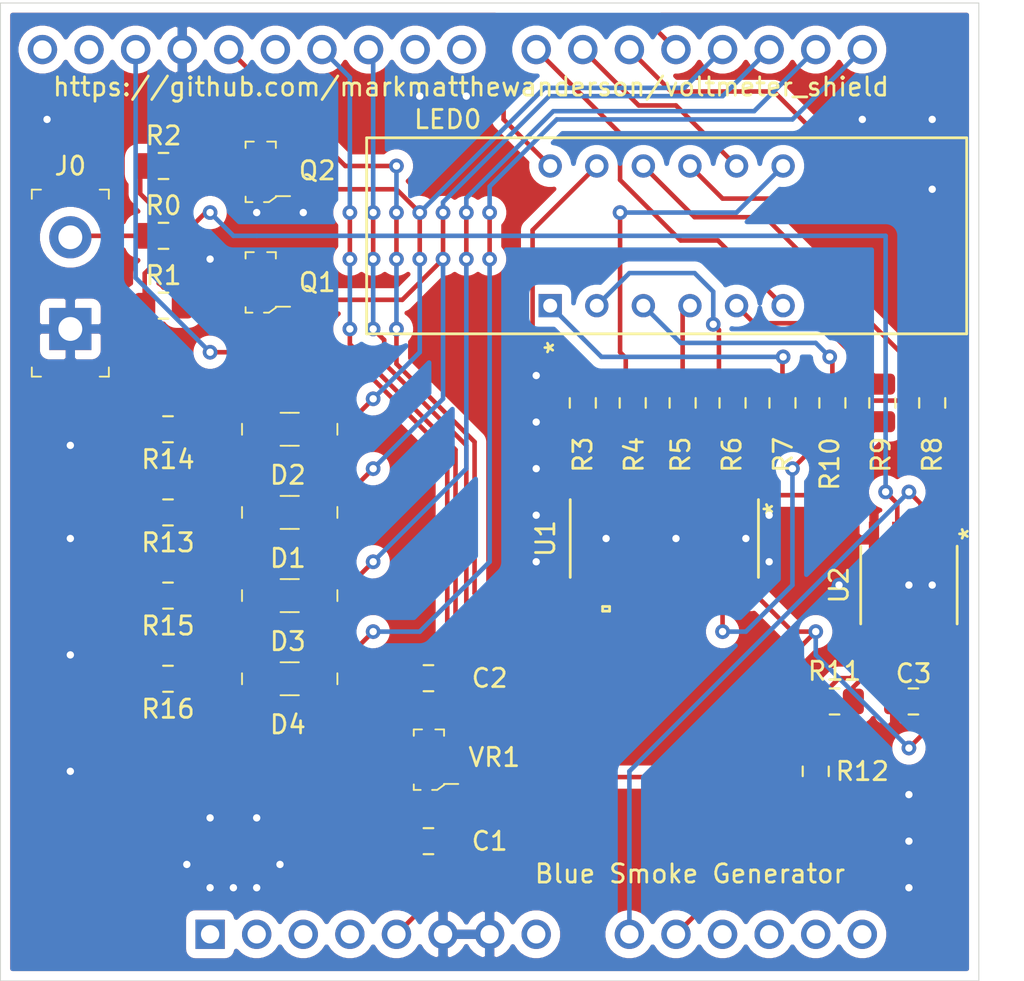
<source format=kicad_pcb>
(kicad_pcb (version 20171130) (host pcbnew "(5.1.6)-1")
  (layers (0 F.Cu signal) (31 B.Cu signal) (34 B.Paste user) (35 F.Paste user) (36 B.SilkS user) (37 F.SilkS user) (38 B.Mask user) (39 F.Mask user) (44 Edge.Cuts user))
  (net 0 "")
  (net 1 5vLeg)
  (net 2 1.2vLeg)
  (net 3 AREF_4.096v)
  (net 4 "Net-(A0-Pad14)")
  (net 5 GND)
  (net 6 "Net-(A0-Pad13)")
  (net 7 "Net-(A0-Pad28)")
  (net 8 "Net-(A0-Pad12)")
  (net 9 "Net-(A0-Pad27)")
  (net 10 "Net-(A0-Pad11)")
  (net 11 "Net-(A0-Pad26)")
  (net 12 ADC-Gain)
  (net 13 "Net-(A0-Pad25)")
  (net 14 ADC-Unity)
  (net 15 "Net-(A0-Pad24)")
  (net 16 "Net-(A0-Pad8)")
  (net 17 "Net-(A0-Pad23)")
  (net 18 "Net-(A0-Pad22)")
  (net 19 "Net-(A0-Pad21)")
  (net 20 VCC)
  (net 21 "Net-(A0-Pad20)")
  (net 22 "Net-(A0-Pad4)")
  (net 23 "Net-(A0-Pad19)")
  (net 24 "Net-(A0-Pad3)")
  (net 25 30vLeg)
  (net 26 "Net-(A0-Pad2)")
  (net 27 15vLeg)
  (net 28 "Net-(A0-Pad1)")
  (net 29 "Net-(A0-Pad31)")
  (net 30 "Net-(A0-Pad32)")
  (net 31 "Net-(D1-Pad2)")
  (net 32 "Net-(D2-Pad2)")
  (net 33 "Net-(D3-Pad2)")
  (net 34 "Net-(D4-Pad2)")
  (net 35 "Net-(J0-Pad2)")
  (net 36 "Net-(Q1-Pad3)")
  (net 37 "Net-(Q2-Pad3)")
  (net 38 /VoltageDivider)
  (net 39 "Net-(R3-Pad2)")
  (net 40 "Net-(R4-Pad2)")
  (net 41 "Net-(R5-Pad2)")
  (net 42 "Net-(R6-Pad2)")
  (net 43 "Net-(R7-Pad2)")
  (net 44 "Net-(R8-Pad2)")
  (net 45 "Net-(R9-Pad2)")
  (net 46 "Net-(R10-Pad2)")
  (net 47 "Net-(R11-Pad1)")
  (net 48 "Net-(U1-Pad9)")
  (net 49 "Net-(LED0-Pad11)")
  (net 50 "Net-(LED0-Pad10)")
  (net 51 "Net-(LED0-Pad7)")
  (net 52 "Net-(LED0-Pad5)")
  (net 53 "Net-(LED0-Pad4)")
  (net 54 "Net-(LED0-Pad3)")
  (net 55 "Net-(LED0-Pad2)")
  (net 56 "Net-(LED0-Pad1)")
  (module footprints4:LDQ-M284RI (layer F.Cu) (at 144.272 93.98 90)
    (fp_text reference LED0 (at 10.16 -5.588) (layer F.SilkS))
    (fp_text value LDQ-M284RI hide)
    (fp_text user * (at -2.286 0.254 90) (layer F.SilkS))
    (pad 12 thru_hole circle (at 7.62 0 90) (size 1.27 1.27) (drill 0.762) (layers *.Cu *.Mask) (net 23 "Net-(A0-Pad19)"))
    (pad 11 thru_hole circle (at 7.62 2.54 90) (size 1.27 1.27) (drill 0.762) (layers *.Cu *.Mask) (net 49 "Net-(LED0-Pad11)"))
    (pad 10 thru_hole circle (at 7.62 5.08 90) (size 1.27 1.27) (drill 0.762) (layers *.Cu *.Mask) (net 50 "Net-(LED0-Pad10)"))
    (pad 9 thru_hole circle (at 7.62 7.62 90) (size 1.27 1.27) (drill 0.762) (layers *.Cu *.Mask) (net 21 "Net-(A0-Pad20)"))
    (pad 8 thru_hole circle (at 7.62 10.16 90) (size 1.27 1.27) (drill 0.762) (layers *.Cu *.Mask) (net 19 "Net-(A0-Pad21)"))
    (pad 7 thru_hole circle (at 7.62 12.7 90) (size 1.27 1.27) (drill 0.762) (layers *.Cu *.Mask) (net 51 "Net-(LED0-Pad7)"))
    (pad 6 thru_hole circle (at 0 12.7 90) (size 1.27 1.27) (drill 0.762) (layers *.Cu *.Mask) (net 18 "Net-(A0-Pad22)"))
    (pad 5 thru_hole circle (at 0 10.16 90) (size 1.27 1.27) (drill 0.762) (layers *.Cu *.Mask) (net 52 "Net-(LED0-Pad5)"))
    (pad 4 thru_hole circle (at 0 7.62 90) (size 1.27 1.27) (drill 0.762) (layers *.Cu *.Mask) (net 53 "Net-(LED0-Pad4)"))
    (pad 3 thru_hole circle (at 0 5.08 90) (size 1.27 1.27) (drill 0.762) (layers *.Cu *.Mask) (net 54 "Net-(LED0-Pad3)"))
    (pad 2 thru_hole circle (at 0 2.54 90) (size 1.27 1.27) (drill 0.762) (layers *.Cu *.Mask) (net 55 "Net-(LED0-Pad2)"))
    (pad 1 thru_hole rect (at 0 0 90) (size 1.27 1.27) (drill 0.762) (layers *.Cu *.Mask) (net 56 "Net-(LED0-Pad1)"))
  )
  (module marks_footprint_library:Arduino_UNO_R3_SHIELD (layer F.Cu) (at 134.62 78.74)
    (fp_text reference A0 hide)
    (fp_text value Arduino_UNO_R3_SHIELD)
    (pad 16 thru_hole oval (at 24.13 1.27 270) (size 1.6 1.6) (drill 1) (layers *.Cu *.Mask) (net 1 5vLeg))
    (pad 15 thru_hole oval (at 26.67 1.27 270) (size 1.6 1.6) (drill 1) (layers *.Cu *.Mask) (net 2 1.2vLeg))
    (pad 30 thru_hole oval (at -12.95 1.27 270) (size 1.6 1.6) (drill 1) (layers *.Cu *.Mask) (net 3 AREF_4.096v))
    (pad 14 thru_hole oval (at 26.67 49.53 270) (size 1.6 1.6) (drill 1) (layers *.Cu *.Mask) (net 4 "Net-(A0-Pad14)"))
    (pad 29 thru_hole oval (at -10.41 1.27 270) (size 1.6 1.6) (drill 1) (layers *.Cu *.Mask) (net 5 GND))
    (pad 13 thru_hole oval (at 24.13 49.53 270) (size 1.6 1.6) (drill 1) (layers *.Cu *.Mask) (net 6 "Net-(A0-Pad13)"))
    (pad 28 thru_hole oval (at -7.87 1.27 270) (size 1.6 1.6) (drill 1) (layers *.Cu *.Mask) (net 7 "Net-(A0-Pad28)"))
    (pad 12 thru_hole oval (at 21.59 49.53 270) (size 1.6 1.6) (drill 1) (layers *.Cu *.Mask) (net 8 "Net-(A0-Pad12)"))
    (pad 27 thru_hole oval (at -5.33 1.27 270) (size 1.6 1.6) (drill 1) (layers *.Cu *.Mask) (net 9 "Net-(A0-Pad27)"))
    (pad 11 thru_hole oval (at 19.05 49.53 270) (size 1.6 1.6) (drill 1) (layers *.Cu *.Mask) (net 10 "Net-(A0-Pad11)"))
    (pad 26 thru_hole oval (at -2.79 1.27 270) (size 1.6 1.6) (drill 1) (layers *.Cu *.Mask) (net 11 "Net-(A0-Pad26)"))
    (pad 10 thru_hole oval (at 16.51 49.53 270) (size 1.6 1.6) (drill 1) (layers *.Cu *.Mask) (net 12 ADC-Gain))
    (pad 25 thru_hole oval (at -0.25 1.27 270) (size 1.6 1.6) (drill 1) (layers *.Cu *.Mask) (net 13 "Net-(A0-Pad25)"))
    (pad 9 thru_hole oval (at 13.97 49.53 270) (size 1.6 1.6) (drill 1) (layers *.Cu *.Mask) (net 14 ADC-Unity))
    (pad 24 thru_hole oval (at 2.29 1.27 270) (size 1.6 1.6) (drill 1) (layers *.Cu *.Mask) (net 15 "Net-(A0-Pad24)"))
    (pad 8 thru_hole oval (at 8.89 49.53 270) (size 1.6 1.6) (drill 1) (layers *.Cu *.Mask) (net 16 "Net-(A0-Pad8)"))
    (pad 23 thru_hole oval (at 4.83 1.27 270) (size 1.6 1.6) (drill 1) (layers *.Cu *.Mask) (net 17 "Net-(A0-Pad23)"))
    (pad 7 thru_hole oval (at 6.35 49.53 270) (size 1.6 1.6) (drill 1) (layers *.Cu *.Mask) (net 5 GND))
    (pad 22 thru_hole oval (at 8.89 1.27 270) (size 1.6 1.6) (drill 1) (layers *.Cu *.Mask) (net 18 "Net-(A0-Pad22)"))
    (pad 6 thru_hole oval (at 3.81 49.53 270) (size 1.6 1.6) (drill 1) (layers *.Cu *.Mask) (net 5 GND))
    (pad 21 thru_hole oval (at 11.43 1.27 270) (size 1.6 1.6) (drill 1) (layers *.Cu *.Mask) (net 19 "Net-(A0-Pad21)"))
    (pad 5 thru_hole oval (at 1.27 49.53 270) (size 1.6 1.6) (drill 1) (layers *.Cu *.Mask) (net 20 VCC))
    (pad 20 thru_hole oval (at 13.97 1.27 270) (size 1.6 1.6) (drill 1) (layers *.Cu *.Mask) (net 21 "Net-(A0-Pad20)"))
    (pad 4 thru_hole oval (at -1.27 49.53 270) (size 1.6 1.6) (drill 1) (layers *.Cu *.Mask) (net 22 "Net-(A0-Pad4)"))
    (pad 19 thru_hole oval (at 16.51 1.27 270) (size 1.6 1.6) (drill 1) (layers *.Cu *.Mask) (net 23 "Net-(A0-Pad19)"))
    (pad 3 thru_hole oval (at -3.81 49.53 270) (size 1.6 1.6) (drill 1) (layers *.Cu *.Mask) (net 24 "Net-(A0-Pad3)"))
    (pad 18 thru_hole oval (at 19.05 1.27 270) (size 1.6 1.6) (drill 1) (layers *.Cu *.Mask) (net 25 30vLeg))
    (pad 2 thru_hole oval (at -6.35 49.53 270) (size 1.6 1.6) (drill 1) (layers *.Cu *.Mask) (net 26 "Net-(A0-Pad2)"))
    (pad 17 thru_hole oval (at 21.59 1.27 270) (size 1.6 1.6) (drill 1) (layers *.Cu *.Mask) (net 27 15vLeg))
    (pad 1 thru_hole rect (at -8.89 49.53 270) (size 1.6 1.6) (drill 1) (layers *.Cu *.Mask) (net 28 "Net-(A0-Pad1)"))
    (pad 31 thru_hole oval (at -15.49 1.27 270) (size 1.6 1.6) (drill 1) (layers *.Cu *.Mask) (net 29 "Net-(A0-Pad31)"))
    (pad 32 thru_hole oval (at -18.03 1.27 270) (size 1.6 1.6) (drill 1) (layers *.Cu *.Mask) (net 30 "Net-(A0-Pad32)"))
  )
  (module digikey-footprints:SOT-23-3 (layer F.Cu) (at 137.660001 118.745 180)
    (fp_text reference VR1 (at -3.563999 0.127) (layer F.SilkS))
    (fp_text value MCP1541T-I_TT)
    (pad 1 smd rect (at -1.05 -0.95 180) (size 1.3 0.6) (layers F.Cu F.Paste F.Mask) (net 20 VCC))
    (pad 2 smd rect (at -1.05 0.95 180) (size 1.3 0.6) (layers F.Cu F.Paste F.Mask) (net 3 AREF_4.096v))
    (pad 3 smd rect (at 1.05 0 180) (size 1.3 0.6) (layers F.Cu F.Paste F.Mask) (net 5 GND))
  )
  (module footprints:TL062CDR (layer F.Cu) (at 163.83 109.22 270)
    (fp_text reference U2 (at 0 3.81 90) (layer F.SilkS))
    (fp_text value TL062 hide)
    (fp_text user * (at -2.794 -3.302 90) (layer F.SilkS))
    (pad 8 smd rect (at 2.4638 -1.905 270) (size 1.9812 0.5588) (layers F.Cu F.Paste F.Mask) (net 20 VCC))
    (pad 7 smd rect (at 2.4638 -0.635 270) (size 1.9812 0.5588) (layers F.Cu F.Paste F.Mask) (net 12 ADC-Gain))
    (pad 6 smd rect (at 2.4638 0.635 270) (size 1.9812 0.5588) (layers F.Cu F.Paste F.Mask) (net 47 "Net-(R11-Pad1)"))
    (pad 5 smd rect (at 2.4638 1.905 270) (size 1.9812 0.5588) (layers F.Cu F.Paste F.Mask) (net 38 /VoltageDivider))
    (pad 4 smd rect (at -2.4638 1.905 270) (size 1.9812 0.5588) (layers F.Cu F.Paste F.Mask) (net 5 GND))
    (pad 3 smd rect (at -2.4638 0.635 270) (size 1.9812 0.5588) (layers F.Cu F.Paste F.Mask) (net 38 /VoltageDivider))
    (pad 2 smd rect (at -2.4638 -0.635 270) (size 1.9812 0.5588) (layers F.Cu F.Paste F.Mask) (net 14 ADC-Unity))
    (pad 1 smd rect (at -2.4638 -1.905 270) (size 1.9812 0.5588) (layers F.Cu F.Paste F.Mask) (net 14 ADC-Unity))
  )
  (module footprints2:SN74HC595DR (layer F.Cu) (at 150.495 106.68 270)
    (fp_text reference U1 (at 0 6.477 90) (layer F.SilkS))
    (fp_text value SN74HC595DR hide)
    (fp_text user * (at -1.6129 -5.969 90) (layer F.SilkS))
    (pad 16 smd rect (at 2.3622 -4.445 270) (size 2.1844 0.5588) (layers F.Cu F.Paste F.Mask) (net 20 VCC))
    (pad 15 smd rect (at 2.3622 -3.175 270) (size 2.1844 0.5588) (layers F.Cu F.Paste F.Mask) (net 46 "Net-(R10-Pad2)"))
    (pad 14 smd rect (at 2.3622 -1.905 270) (size 2.1844 0.5588) (layers F.Cu F.Paste F.Mask) (net 11 "Net-(A0-Pad26)"))
    (pad 13 smd rect (at 2.3622 -0.635 270) (size 2.1844 0.5588) (layers F.Cu F.Paste F.Mask) (net 5 GND))
    (pad 12 smd rect (at 2.3622 0.635 270) (size 2.1844 0.5588) (layers F.Cu F.Paste F.Mask) (net 13 "Net-(A0-Pad25)"))
    (pad 11 smd rect (at 2.3622 1.905 270) (size 2.1844 0.5588) (layers F.Cu F.Paste F.Mask) (net 7 "Net-(A0-Pad28)"))
    (pad 10 smd rect (at 2.3622 3.175 270) (size 2.1844 0.5588) (layers F.Cu F.Paste F.Mask) (net 5 GND))
    (pad 9 smd rect (at 2.3622 4.445 270) (size 2.1844 0.5588) (layers F.Cu F.Paste F.Mask) (net 48 "Net-(U1-Pad9)"))
    (pad 8 smd rect (at -2.3622 4.445 270) (size 2.1844 0.5588) (layers F.Cu F.Paste F.Mask) (net 5 GND))
    (pad 7 smd rect (at -2.3622 3.175 270) (size 2.1844 0.5588) (layers F.Cu F.Paste F.Mask) (net 39 "Net-(R3-Pad2)"))
    (pad 6 smd rect (at -2.3622 1.905 270) (size 2.1844 0.5588) (layers F.Cu F.Paste F.Mask) (net 40 "Net-(R4-Pad2)"))
    (pad 5 smd rect (at -2.3622 0.635 270) (size 2.1844 0.5588) (layers F.Cu F.Paste F.Mask) (net 41 "Net-(R5-Pad2)"))
    (pad 4 smd rect (at -2.3622 -0.635 270) (size 2.1844 0.5588) (layers F.Cu F.Paste F.Mask) (net 42 "Net-(R6-Pad2)"))
    (pad 3 smd rect (at -2.3622 -1.905 270) (size 2.1844 0.5588) (layers F.Cu F.Paste F.Mask) (net 43 "Net-(R7-Pad2)"))
    (pad 2 smd rect (at -2.3622 -3.175 270) (size 2.1844 0.5588) (layers F.Cu F.Paste F.Mask) (net 44 "Net-(R8-Pad2)"))
    (pad 1 smd rect (at -2.3622 -4.445 270) (size 2.1844 0.5588) (layers F.Cu F.Paste F.Mask) (net 45 "Net-(R9-Pad2)"))
  )
  (module Resistor_SMD:R_0805_2012Metric_Pad1.15x1.40mm_HandSolder (layer F.Cu) (at 123.435 114.331902 180)
    (fp_text reference R16 (at 0 -1.65) (layer F.SilkS))
    (fp_text value 86.6)
    (pad 2 smd roundrect (at 1.025 0 180) (size 1.15 1.4) (layers F.Cu F.Paste F.Mask) (roundrect_rratio 0.217391) (net 5 GND))
    (pad 1 smd roundrect (at -1.025 0 180) (size 1.15 1.4) (layers F.Cu F.Paste F.Mask) (roundrect_rratio 0.217391) (net 34 "Net-(D4-Pad2)"))
  )
  (module Resistor_SMD:R_0805_2012Metric_Pad1.15x1.40mm_HandSolder (layer F.Cu) (at 123.435 109.795077 180)
    (fp_text reference R15 (at 0 -1.65) (layer F.SilkS))
    (fp_text value 86.6)
    (pad 2 smd roundrect (at 1.025 0 180) (size 1.15 1.4) (layers F.Cu F.Paste F.Mask) (roundrect_rratio 0.217391) (net 5 GND))
    (pad 1 smd roundrect (at -1.025 0 180) (size 1.15 1.4) (layers F.Cu F.Paste F.Mask) (roundrect_rratio 0.217391) (net 33 "Net-(D3-Pad2)"))
  )
  (module Resistor_SMD:R_0805_2012Metric_Pad1.15x1.40mm_HandSolder (layer F.Cu) (at 123.435 100.721427 180)
    (fp_text reference R14 (at 0 -1.65) (layer F.SilkS))
    (fp_text value 86.6)
    (pad 2 smd roundrect (at 1.025 0 180) (size 1.15 1.4) (layers F.Cu F.Paste F.Mask) (roundrect_rratio 0.217391) (net 5 GND))
    (pad 1 smd roundrect (at -1.025 0 180) (size 1.15 1.4) (layers F.Cu F.Paste F.Mask) (roundrect_rratio 0.217391) (net 32 "Net-(D2-Pad2)"))
  )
  (module Resistor_SMD:R_0805_2012Metric_Pad1.15x1.40mm_HandSolder (layer F.Cu) (at 123.435 105.258252 180)
    (fp_text reference R13 (at 0 -1.65) (layer F.SilkS))
    (fp_text value 86.6)
    (pad 2 smd roundrect (at 1.025 0 180) (size 1.15 1.4) (layers F.Cu F.Paste F.Mask) (roundrect_rratio 0.217391) (net 5 GND))
    (pad 1 smd roundrect (at -1.025 0 180) (size 1.15 1.4) (layers F.Cu F.Paste F.Mask) (roundrect_rratio 0.217391) (net 31 "Net-(D1-Pad2)"))
  )
  (module Resistor_SMD:R_0805_2012Metric_Pad1.15x1.40mm_HandSolder (layer F.Cu) (at 158.75 119.38 270)
    (fp_text reference R12 (at 0 -2.54) (layer F.SilkS))
    (fp_text value 4.12K)
    (pad 2 smd roundrect (at 1.025 0 270) (size 1.15 1.4) (layers F.Cu F.Paste F.Mask) (roundrect_rratio 0.217391) (net 5 GND))
    (pad 1 smd roundrect (at -1.025 0 270) (size 1.15 1.4) (layers F.Cu F.Paste F.Mask) (roundrect_rratio 0.217391) (net 47 "Net-(R11-Pad1)"))
  )
  (module Resistor_SMD:R_0805_2012Metric_Pad1.15x1.40mm_HandSolder (layer F.Cu) (at 159.775 115.57)
    (fp_text reference R11 (at 0 -1.65) (layer F.SilkS))
    (fp_text value 10K)
    (pad 2 smd roundrect (at 1.025 0) (size 1.15 1.4) (layers F.Cu F.Paste F.Mask) (roundrect_rratio 0.217391) (net 12 ADC-Gain))
    (pad 1 smd roundrect (at -1.025 0) (size 1.15 1.4) (layers F.Cu F.Paste F.Mask) (roundrect_rratio 0.217391) (net 47 "Net-(R11-Pad1)"))
  )
  (module Resistor_SMD:R_0805_2012Metric_Pad1.15x1.40mm_HandSolder (layer F.Cu) (at 159.65714 99.285 270)
    (fp_text reference R10 (at 3.331 0.14514 270) (layer F.SilkS))
    (fp_text value 300)
    (pad 2 smd roundrect (at 1.025 0 270) (size 1.15 1.4) (layers F.Cu F.Paste F.Mask) (roundrect_rratio 0.217391) (net 46 "Net-(R10-Pad2)"))
    (pad 1 smd roundrect (at -1.025 0 270) (size 1.15 1.4) (layers F.Cu F.Paste F.Mask) (roundrect_rratio 0.217391) (net 54 "Net-(LED0-Pad3)"))
  )
  (module Resistor_SMD:R_0805_2012Metric_Pad1.15x1.40mm_HandSolder (layer F.Cu) (at 162.378568 99.285 270)
    (fp_text reference R9 (at 2.823 0.072568 270) (layer F.SilkS))
    (fp_text value 300)
    (pad 2 smd roundrect (at 1.025 0 270) (size 1.15 1.4) (layers F.Cu F.Paste F.Mask) (roundrect_rratio 0.217391) (net 45 "Net-(R9-Pad2)"))
    (pad 1 smd roundrect (at -1.025 0 270) (size 1.15 1.4) (layers F.Cu F.Paste F.Mask) (roundrect_rratio 0.217391) (net 52 "Net-(LED0-Pad5)"))
  )
  (module Resistor_SMD:R_0805_2012Metric_Pad1.15x1.40mm_HandSolder (layer F.Cu) (at 165.1 99.285 270)
    (fp_text reference R8 (at 2.823 0 270) (layer F.SilkS))
    (fp_text value 300)
    (pad 2 smd roundrect (at 1.025 0 270) (size 1.15 1.4) (layers F.Cu F.Paste F.Mask) (roundrect_rratio 0.217391) (net 44 "Net-(R8-Pad2)"))
    (pad 1 smd roundrect (at -1.025 0 270) (size 1.15 1.4) (layers F.Cu F.Paste F.Mask) (roundrect_rratio 0.217391) (net 50 "Net-(LED0-Pad10)"))
  )
  (module Resistor_SMD:R_0805_2012Metric_Pad1.15x1.40mm_HandSolder (layer F.Cu) (at 156.935712 99.285 270)
    (fp_text reference R7 (at 2.823 -0.036288 270) (layer F.SilkS))
    (fp_text value 300)
    (pad 2 smd roundrect (at 1.025 0 270) (size 1.15 1.4) (layers F.Cu F.Paste F.Mask) (roundrect_rratio 0.217391) (net 43 "Net-(R7-Pad2)"))
    (pad 1 smd roundrect (at -1.025 0 270) (size 1.15 1.4) (layers F.Cu F.Paste F.Mask) (roundrect_rratio 0.217391) (net 56 "Net-(LED0-Pad1)"))
  )
  (module Resistor_SMD:R_0805_2012Metric_Pad1.15x1.40mm_HandSolder (layer F.Cu) (at 154.214284 99.285 270)
    (fp_text reference R6 (at 2.823 0.036284 270) (layer F.SilkS))
    (fp_text value 300)
    (pad 2 smd roundrect (at 1.025 0 270) (size 1.15 1.4) (layers F.Cu F.Paste F.Mask) (roundrect_rratio 0.217391) (net 42 "Net-(R6-Pad2)"))
    (pad 1 smd roundrect (at -1.025 0 270) (size 1.15 1.4) (layers F.Cu F.Paste F.Mask) (roundrect_rratio 0.217391) (net 55 "Net-(LED0-Pad2)"))
  )
  (module Resistor_SMD:R_0805_2012Metric_Pad1.15x1.40mm_HandSolder (layer F.Cu) (at 151.492856 99.285 270)
    (fp_text reference R5 (at 2.823 0.108856 270) (layer F.SilkS))
    (fp_text value 300)
    (pad 2 smd roundrect (at 1.025 0 270) (size 1.15 1.4) (layers F.Cu F.Paste F.Mask) (roundrect_rratio 0.217391) (net 41 "Net-(R5-Pad2)"))
    (pad 1 smd roundrect (at -1.025 0 270) (size 1.15 1.4) (layers F.Cu F.Paste F.Mask) (roundrect_rratio 0.217391) (net 53 "Net-(LED0-Pad4)"))
  )
  (module Resistor_SMD:R_0805_2012Metric_Pad1.15x1.40mm_HandSolder (layer F.Cu) (at 148.771428 99.285 270)
    (fp_text reference R4 (at 2.823 -0.072572 270) (layer F.SilkS))
    (fp_text value 300)
    (pad 2 smd roundrect (at 1.025 0 270) (size 1.15 1.4) (layers F.Cu F.Paste F.Mask) (roundrect_rratio 0.217391) (net 40 "Net-(R4-Pad2)"))
    (pad 1 smd roundrect (at -1.025 0 270) (size 1.15 1.4) (layers F.Cu F.Paste F.Mask) (roundrect_rratio 0.217391) (net 51 "Net-(LED0-Pad7)"))
  )
  (module Resistor_SMD:R_0805_2012Metric_Pad1.15x1.40mm_HandSolder (layer F.Cu) (at 146.05 99.285 270)
    (fp_text reference R3 (at 2.823 0 270) (layer F.SilkS))
    (fp_text value 300)
    (pad 2 smd roundrect (at 1.025 0 270) (size 1.15 1.4) (layers F.Cu F.Paste F.Mask) (roundrect_rratio 0.217391) (net 39 "Net-(R3-Pad2)"))
    (pad 1 smd roundrect (at -1.025 0 270) (size 1.15 1.4) (layers F.Cu F.Paste F.Mask) (roundrect_rratio 0.217391) (net 49 "Net-(LED0-Pad11)"))
  )
  (module Resistor_SMD:R_0805_2012Metric_Pad1.15x1.40mm_HandSolder (layer F.Cu) (at 123.19 86.36)
    (fp_text reference R2 (at 0 -1.65) (layer F.SilkS))
    (fp_text value 1.58M)
    (pad 2 smd roundrect (at 1.025 0) (size 1.15 1.4) (layers F.Cu F.Paste F.Mask) (roundrect_rratio 0.217391) (net 37 "Net-(Q2-Pad3)"))
    (pad 1 smd roundrect (at -1.025 0) (size 1.15 1.4) (layers F.Cu F.Paste F.Mask) (roundrect_rratio 0.217391) (net 38 /VoltageDivider))
  )
  (module Resistor_SMD:R_0805_2012Metric_Pad1.15x1.40mm_HandSolder (layer F.Cu) (at 123.19 93.98)
    (fp_text reference R1 (at 0 -1.65) (layer F.SilkS))
    (fp_text value 3.74M)
    (pad 2 smd roundrect (at 1.025 0) (size 1.15 1.4) (layers F.Cu F.Paste F.Mask) (roundrect_rratio 0.217391) (net 36 "Net-(Q1-Pad3)"))
    (pad 1 smd roundrect (at -1.025 0) (size 1.15 1.4) (layers F.Cu F.Paste F.Mask) (roundrect_rratio 0.217391) (net 38 /VoltageDivider))
  )
  (module Resistor_SMD:R_0805_2012Metric_Pad1.15x1.40mm_HandSolder (layer F.Cu) (at 123.19 90.17)
    (fp_text reference R0 (at 0 -1.65) (layer F.SilkS))
    (fp_text value 10M)
    (pad 2 smd roundrect (at 1.025 0) (size 1.15 1.4) (layers F.Cu F.Paste F.Mask) (roundrect_rratio 0.217391) (net 38 /VoltageDivider))
    (pad 1 smd roundrect (at -1.025 0) (size 1.15 1.4) (layers F.Cu F.Paste F.Mask) (roundrect_rratio 0.217391) (net 35 "Net-(J0-Pad2)"))
  )
  (module digikey-footprints:SOT-23-3 (layer F.Cu) (at 128.49 86.68 180)
    (fp_text reference Q2 (at -3.082 0.066) (layer F.SilkS))
    (fp_text value 2N7002)
    (pad 1 smd rect (at -1.05 -0.95 180) (size 1.3 0.6) (layers F.Cu F.Paste F.Mask) (net 25 30vLeg))
    (pad 2 smd rect (at -1.05 0.95 180) (size 1.3 0.6) (layers F.Cu F.Paste F.Mask) (net 5 GND))
    (pad 3 smd rect (at 1.05 0 180) (size 1.3 0.6) (layers F.Cu F.Paste F.Mask) (net 37 "Net-(Q2-Pad3)"))
  )
  (module digikey-footprints:SOT-23-3 (layer F.Cu) (at 128.49 92.71 180)
    (fp_text reference Q1 (at -3.082 0) (layer F.SilkS))
    (fp_text value 2N7002)
    (pad 1 smd rect (at -1.05 -0.95 180) (size 1.3 0.6) (layers F.Cu F.Paste F.Mask) (net 27 15vLeg))
    (pad 2 smd rect (at -1.05 0.95 180) (size 1.3 0.6) (layers F.Cu F.Paste F.Mask) (net 5 GND))
    (pad 3 smd rect (at 1.05 0 180) (size 1.3 0.6) (layers F.Cu F.Paste F.Mask) (net 36 "Net-(Q1-Pad3)"))
  )
  (module digikey-footprints:Terminal_Block_D1.3mm_P5mm (layer F.Cu) (at 118.11 95.25 90)
    (fp_text reference J0 (at 8.89 0) (layer F.SilkS))
    (fp_text value 1935161)
    (pad 2 thru_hole circle (at 5 0 90) (size 2.3 2.3) (drill 1.3) (layers *.Cu *.Mask) (net 35 "Net-(J0-Pad2)"))
    (pad 1 thru_hole rect (at 0 0 90) (size 2.3 2.3) (drill 1.3) (layers *.Cu *.Mask) (net 5 GND))
  )
  (module digikey-footprints:1206 (layer F.Cu) (at 130.07 114.331902 180)
    (fp_text reference D4 (at 0.1 -2.5) (layer F.SilkS))
    (fp_text value LTST-C150TBKT)
    (pad 2 smd rect (at 1.8 0 180) (size 1.5 1.8) (layers F.Cu F.Paste F.Mask) (net 34 "Net-(D4-Pad2)"))
    (pad 1 smd rect (at -1.8 0 180) (size 1.5 1.8) (layers F.Cu F.Paste F.Mask) (net 2 1.2vLeg))
  )
  (module digikey-footprints:1206 (layer F.Cu) (at 130.07 109.795077 180)
    (fp_text reference D3 (at 0.1 -2.5) (layer F.SilkS))
    (fp_text value LTST-C150TBKT)
    (pad 2 smd rect (at 1.8 0 180) (size 1.5 1.8) (layers F.Cu F.Paste F.Mask) (net 33 "Net-(D3-Pad2)"))
    (pad 1 smd rect (at -1.8 0 180) (size 1.5 1.8) (layers F.Cu F.Paste F.Mask) (net 1 5vLeg))
  )
  (module digikey-footprints:1206 (layer F.Cu) (at 130.07 100.721427 180)
    (fp_text reference D2 (at 0.1 -2.5) (layer F.SilkS))
    (fp_text value LTST-C150TBKT)
    (pad 2 smd rect (at 1.8 0 180) (size 1.5 1.8) (layers F.Cu F.Paste F.Mask) (net 32 "Net-(D2-Pad2)"))
    (pad 1 smd rect (at -1.8 0 180) (size 1.5 1.8) (layers F.Cu F.Paste F.Mask) (net 25 30vLeg))
  )
  (module digikey-footprints:1206 (layer F.Cu) (at 130.07 105.258252 180)
    (fp_text reference D1 (at 0.1 -2.5) (layer F.SilkS))
    (fp_text value LTST-C150TBKT)
    (pad 2 smd rect (at 1.8 0 180) (size 1.5 1.8) (layers F.Cu F.Paste F.Mask) (net 31 "Net-(D1-Pad2)"))
    (pad 1 smd rect (at -1.8 0 180) (size 1.5 1.8) (layers F.Cu F.Paste F.Mask) (net 27 15vLeg))
  )
  (module Capacitor_SMD:C_0805_2012Metric_Pad1.15x1.40mm_HandSolder (layer F.Cu) (at 164.075 115.57 180)
    (fp_text reference C3 (at -0.009 1.524) (layer F.SilkS))
    (fp_text value 10u)
    (pad 2 smd roundrect (at 1.025 0 180) (size 1.15 1.4) (layers F.Cu F.Paste F.Mask) (roundrect_rratio 0.217391) (net 5 GND))
    (pad 1 smd roundrect (at -1.025 0 180) (size 1.15 1.4) (layers F.Cu F.Paste F.Mask) (roundrect_rratio 0.217391) (net 20 VCC))
  )
  (module Capacitor_SMD:C_0805_2012Metric_Pad1.15x1.40mm_HandSolder (layer F.Cu) (at 137.635001 114.3 180)
    (fp_text reference C2 (at -3.334999 0) (layer F.SilkS))
    (fp_text value 10u)
    (pad 2 smd roundrect (at 1.025 0 180) (size 1.15 1.4) (layers F.Cu F.Paste F.Mask) (roundrect_rratio 0.217391) (net 5 GND))
    (pad 1 smd roundrect (at -1.025 0 180) (size 1.15 1.4) (layers F.Cu F.Paste F.Mask) (roundrect_rratio 0.217391) (net 3 AREF_4.096v))
  )
  (module Capacitor_SMD:C_0805_2012Metric_Pad1.15x1.40mm_HandSolder (layer F.Cu) (at 137.635001 123.19 180)
    (fp_text reference C1 (at -3.334999 0) (layer F.SilkS))
    (fp_text value 0.1u)
    (pad 2 smd roundrect (at 1.025 0 180) (size 1.15 1.4) (layers F.Cu F.Paste F.Mask) (roundrect_rratio 0.217391) (net 5 GND))
    (pad 1 smd roundrect (at -1.025 0 180) (size 1.15 1.4) (layers F.Cu F.Paste F.Mask) (roundrect_rratio 0.217391) (net 20 VCC))
  )
  (gr_text https://github.com/markmatthewanderson/voltmeter_shield (at 139.954 82.042) (layer F.SilkS) (effects (font (size 1 1))))
  (gr_text "Blue Smoke Generator" (at 151.892 124.968) (layer F.SilkS) (effects (font (size 1 1))))
  (gr_line (start 114.3 130.81) (end 114.3 77.47) (layer Edge.Cuts) (width 0.05))
  (gr_line (start 167.64 130.81) (end 114.3 130.81) (layer Edge.Cuts) (width 0.05))
  (gr_line (start 167.64 77.47) (end 167.64 130.81) (layer Edge.Cuts) (width 0.05))
  (gr_line (start 114.3 77.47) (end 167.64 77.47) (layer Edge.Cuts) (width 0.05))
  (segment (start 131.87 109.795077) (end 132.774923 109.795077) (width 0.25) (layer F.Cu) (net 1))
  (via (at 134.62 107.95) (size 0.8) (drill 0.4) (layers F.Cu B.Cu) (net 1))
  (segment (start 132.774923 109.795077) (end 134.62 107.95) (width 0.25) (layer F.Cu) (net 1))
  (via (at 139.7 91.44) (size 0.8) (drill 0.4) (layers F.Cu B.Cu) (net 1))
  (segment (start 134.62 107.95) (end 139.7 102.87) (width 0.25) (layer B.Cu) (net 1))
  (segment (start 139.7 102.87) (end 139.7 91.44) (width 0.25) (layer B.Cu) (net 1))
  (via (at 139.7 88.9) (size 0.8) (drill 0.4) (layers F.Cu B.Cu) (net 1))
  (segment (start 139.7 91.44) (end 139.7 88.9) (width 0.25) (layer F.Cu) (net 1))
  (segment (start 139.7 88.112788) (end 144.442798 83.36999) (width 0.25) (layer B.Cu) (net 1))
  (segment (start 139.7 88.9) (end 139.7 88.112788) (width 0.25) (layer B.Cu) (net 1))
  (segment (start 155.39001 83.36999) (end 158.75 80.01) (width 0.25) (layer B.Cu) (net 1))
  (segment (start 144.442798 83.36999) (end 155.39001 83.36999) (width 0.25) (layer B.Cu) (net 1))
  (via (at 134.62 111.76) (size 0.8) (drill 0.4) (layers F.Cu B.Cu) (net 2))
  (segment (start 131.87 114.331902) (end 132.048098 114.331902) (width 0.25) (layer F.Cu) (net 2))
  (segment (start 132.048098 114.331902) (end 134.62 111.76) (width 0.25) (layer F.Cu) (net 2))
  (segment (start 134.62 111.76) (end 137.16 111.76) (width 0.25) (layer B.Cu) (net 2))
  (via (at 140.97 91.44) (size 0.8) (drill 0.4) (layers F.Cu B.Cu) (net 2))
  (segment (start 137.16 111.76) (end 140.97 107.95) (width 0.25) (layer B.Cu) (net 2))
  (segment (start 140.97 107.95) (end 140.97 91.44) (width 0.25) (layer B.Cu) (net 2))
  (via (at 140.97 88.9) (size 0.8) (drill 0.4) (layers F.Cu B.Cu) (net 2))
  (segment (start 140.97 91.44) (end 140.97 88.9) (width 0.25) (layer F.Cu) (net 2))
  (segment (start 140.97 87.479198) (end 144.629198 83.82) (width 0.25) (layer B.Cu) (net 2))
  (segment (start 140.97 88.9) (end 140.97 87.479198) (width 0.25) (layer B.Cu) (net 2))
  (segment (start 157.48 83.82) (end 161.29 80.01) (width 0.25) (layer B.Cu) (net 2))
  (segment (start 144.629198 83.82) (end 157.48 83.82) (width 0.25) (layer B.Cu) (net 2))
  (segment (start 138.660001 117.745) (end 138.710001 117.795) (width 0.25) (layer F.Cu) (net 3))
  (segment (start 138.660001 114.3) (end 138.660001 117.745) (width 0.25) (layer F.Cu) (net 3))
  (segment (start 133.153002 96.52) (end 125.73 96.52) (width 0.25) (layer F.Cu) (net 3))
  (segment (start 138.660001 114.3) (end 138.660001 102.026999) (width 0.25) (layer F.Cu) (net 3))
  (via (at 125.73 96.52) (size 0.8) (drill 0.4) (layers F.Cu B.Cu) (net 3))
  (segment (start 138.660001 102.026999) (end 133.153002 96.52) (width 0.25) (layer F.Cu) (net 3))
  (segment (start 121.67 92.46) (end 121.67 80.01) (width 0.25) (layer B.Cu) (net 3))
  (segment (start 125.73 96.52) (end 121.67 92.46) (width 0.25) (layer B.Cu) (net 3))
  (via (at 125.73 91.44) (size 0.8) (drill 0.4) (layers F.Cu B.Cu) (net 5))
  (via (at 130.81 88.9) (size 0.8) (drill 0.4) (layers F.Cu B.Cu) (net 5))
  (via (at 128.27 88.9) (size 0.8) (drill 0.4) (layers F.Cu B.Cu) (net 5))
  (via (at 116.84 83.82) (size 0.8) (drill 0.4) (layers F.Cu B.Cu) (net 5))
  (via (at 118.11 101.6) (size 0.8) (drill 0.4) (layers F.Cu B.Cu) (net 5))
  (via (at 118.11 106.68) (size 0.8) (drill 0.4) (layers F.Cu B.Cu) (net 5))
  (via (at 118.11 113.03) (size 0.8) (drill 0.4) (layers F.Cu B.Cu) (net 5))
  (via (at 118.11 119.38) (size 0.8) (drill 0.4) (layers F.Cu B.Cu) (net 5))
  (via (at 143.51 102.87) (size 0.8) (drill 0.4) (layers F.Cu B.Cu) (net 5))
  (via (at 143.51 105.41) (size 0.8) (drill 0.4) (layers F.Cu B.Cu) (net 5))
  (via (at 143.51 107.95) (size 0.8) (drill 0.4) (layers F.Cu B.Cu) (net 5))
  (via (at 156.21 105.41) (size 0.8) (drill 0.4) (layers F.Cu B.Cu) (net 5))
  (via (at 156.21 107.95) (size 0.8) (drill 0.4) (layers F.Cu B.Cu) (net 5))
  (via (at 147.32 106.68) (size 0.8) (drill 0.4) (layers F.Cu B.Cu) (net 5))
  (via (at 151.13 106.68) (size 0.8) (drill 0.4) (layers F.Cu B.Cu) (net 5))
  (via (at 154.94 106.68) (size 0.8) (drill 0.4) (layers F.Cu B.Cu) (net 5))
  (via (at 163.83 109.22) (size 0.8) (drill 0.4) (layers F.Cu B.Cu) (net 5))
  (via (at 165.1 109.22) (size 0.8) (drill 0.4) (layers F.Cu B.Cu) (net 5))
  (via (at 160.02 109.22) (size 0.8) (drill 0.4) (layers F.Cu B.Cu) (net 5))
  (via (at 163.83 120.65) (size 0.8) (drill 0.4) (layers F.Cu B.Cu) (net 5))
  (via (at 163.83 123.19) (size 0.8) (drill 0.4) (layers F.Cu B.Cu) (net 5))
  (via (at 163.83 125.73) (size 0.8) (drill 0.4) (layers F.Cu B.Cu) (net 5))
  (via (at 125.73 121.92) (size 0.8) (drill 0.4) (layers F.Cu B.Cu) (net 5))
  (via (at 128.27 121.92) (size 0.8) (drill 0.4) (layers F.Cu B.Cu) (net 5))
  (via (at 124.46 124.46) (size 0.8) (drill 0.4) (layers F.Cu B.Cu) (net 5))
  (via (at 125.73 125.73) (size 0.8) (drill 0.4) (layers F.Cu B.Cu) (net 5))
  (via (at 127 125.73) (size 0.8) (drill 0.4) (layers F.Cu B.Cu) (net 5))
  (via (at 128.27 125.73) (size 0.8) (drill 0.4) (layers F.Cu B.Cu) (net 5))
  (via (at 129.54 124.46) (size 0.8) (drill 0.4) (layers F.Cu B.Cu) (net 5))
  (via (at 161.29 83.82) (size 0.8) (drill 0.4) (layers F.Cu B.Cu) (net 5))
  (via (at 165.1 83.82) (size 0.8) (drill 0.4) (layers F.Cu B.Cu) (net 5))
  (via (at 165.1 87.63) (size 0.8) (drill 0.4) (layers F.Cu B.Cu) (net 5))
  (via (at 137.16 82.55) (size 0.8) (drill 0.4) (layers F.Cu B.Cu) (net 5))
  (via (at 139.7 82.55) (size 0.8) (drill 0.4) (layers F.Cu B.Cu) (net 5))
  (via (at 143.51 97.79) (size 0.8) (drill 0.4) (layers F.Cu B.Cu) (net 5))
  (via (at 143.51 100.33) (size 0.8) (drill 0.4) (layers F.Cu B.Cu) (net 5))
  (segment (start 148.59 109.0422) (end 148.59 111.76) (width 0.25) (layer F.Cu) (net 7))
  (segment (start 148.59 111.76) (end 142.24 111.76) (width 0.25) (layer F.Cu) (net 7))
  (segment (start 142.24 111.76) (end 140.97 110.49) (width 0.25) (layer F.Cu) (net 7))
  (segment (start 140.97 110.49) (end 140.15001 109.67001) (width 0.25) (layer F.Cu) (net 7))
  (segment (start 140.15001 109.67001) (end 140.15001 101.4136) (width 0.25) (layer F.Cu) (net 7))
  (segment (start 140.15001 101.4136) (end 135.89 97.15359) (width 0.25) (layer F.Cu) (net 7))
  (via (at 135.89 95.25) (size 0.8) (drill 0.4) (layers F.Cu B.Cu) (net 7))
  (segment (start 135.89 97.15359) (end 135.89 95.25) (width 0.25) (layer F.Cu) (net 7))
  (via (at 135.89 88.9) (size 0.8) (drill 0.4) (layers F.Cu B.Cu) (net 7))
  (via (at 135.89 91.44) (size 0.8) (drill 0.4) (layers F.Cu B.Cu) (net 7))
  (segment (start 135.89 95.25) (end 135.89 91.44) (width 0.25) (layer B.Cu) (net 7))
  (segment (start 135.89 91.44) (end 135.89 88.9) (width 0.25) (layer F.Cu) (net 7))
  (via (at 135.89 86.36) (size 0.8) (drill 0.4) (layers F.Cu B.Cu) (net 7))
  (segment (start 135.89 88.9) (end 135.89 86.36) (width 0.25) (layer B.Cu) (net 7))
  (segment (start 133.1 86.36) (end 126.75 80.01) (width 0.25) (layer F.Cu) (net 7))
  (segment (start 135.89 86.36) (end 133.1 86.36) (width 0.25) (layer F.Cu) (net 7))
  (segment (start 152.4 110.3844) (end 148.4844 114.3) (width 0.25) (layer F.Cu) (net 11))
  (segment (start 152.4 109.0422) (end 152.4 110.3844) (width 0.25) (layer F.Cu) (net 11))
  (segment (start 148.4844 114.3) (end 142.24 114.3) (width 0.25) (layer F.Cu) (net 11))
  (segment (start 139.110011 111.170011) (end 139.11001 101.840598) (width 0.25) (layer F.Cu) (net 11))
  (segment (start 142.24 114.3) (end 139.110011 111.170011) (width 0.25) (layer F.Cu) (net 11))
  (segment (start 139.11001 101.840598) (end 134.839706 97.570294) (width 0.25) (layer F.Cu) (net 11))
  (via (at 133.35 95.25) (size 0.8) (drill 0.4) (layers F.Cu B.Cu) (net 11))
  (segment (start 134.839706 97.570294) (end 133.35 96.080588) (width 0.25) (layer F.Cu) (net 11))
  (segment (start 133.35 96.080588) (end 133.35 95.25) (width 0.25) (layer F.Cu) (net 11))
  (via (at 133.35 91.44) (size 0.8) (drill 0.4) (layers F.Cu B.Cu) (net 11))
  (segment (start 133.35 95.25) (end 133.35 91.44) (width 0.25) (layer B.Cu) (net 11))
  (via (at 133.35 88.9) (size 0.8) (drill 0.4) (layers F.Cu B.Cu) (net 11))
  (segment (start 133.35 91.44) (end 133.35 88.9) (width 0.25) (layer F.Cu) (net 11))
  (segment (start 133.35 81.53) (end 131.83 80.01) (width 0.25) (layer B.Cu) (net 11))
  (segment (start 133.35 88.9) (end 133.35 81.53) (width 0.25) (layer B.Cu) (net 11))
  (segment (start 160.8 115.57) (end 160.8 114.79) (width 0.25) (layer F.Cu) (net 12))
  (segment (start 160.8 114.79) (end 161.29 114.3) (width 0.25) (layer F.Cu) (net 12))
  (segment (start 164.465 112.9244) (end 164.465 111.6838) (width 0.25) (layer F.Cu) (net 12))
  (segment (start 163.0894 114.3) (end 164.465 112.9244) (width 0.25) (layer F.Cu) (net 12))
  (segment (start 161.29 114.3) (end 163.0894 114.3) (width 0.25) (layer F.Cu) (net 12))
  (segment (start 160.8 115.57) (end 160.8 122.41) (width 0.25) (layer F.Cu) (net 12))
  (segment (start 157.864998 122.41) (end 154.544998 125.73) (width 0.25) (layer F.Cu) (net 12))
  (segment (start 160.8 122.41) (end 157.864998 122.41) (width 0.25) (layer F.Cu) (net 12))
  (segment (start 153.67 125.73) (end 151.13 128.27) (width 0.25) (layer F.Cu) (net 12))
  (segment (start 154.544998 125.73) (end 153.67 125.73) (width 0.25) (layer F.Cu) (net 12))
  (segment (start 149.86 109.0422) (end 149.86 112.28799) (width 0.25) (layer F.Cu) (net 13))
  (segment (start 149.86 112.28799) (end 149.11799 113.03) (width 0.25) (layer F.Cu) (net 13))
  (segment (start 149.11799 113.03) (end 143.51 113.03) (width 0.25) (layer F.Cu) (net 13))
  (segment (start 143.51 113.03) (end 142.24 113.03) (width 0.25) (layer F.Cu) (net 13))
  (segment (start 142.24 113.03) (end 140.97 111.76) (width 0.25) (layer F.Cu) (net 13))
  (segment (start 140.97 111.76) (end 139.7 110.49) (width 0.25) (layer F.Cu) (net 13))
  (segment (start 139.7 110.49) (end 139.7 101.6) (width 0.25) (layer F.Cu) (net 13))
  (segment (start 139.7 101.6) (end 135.220285 97.120285) (width 0.25) (layer F.Cu) (net 13))
  (via (at 134.62 95.25) (size 0.8) (drill 0.4) (layers F.Cu B.Cu) (net 13))
  (segment (start 135.220285 97.120285) (end 135.220285 95.850285) (width 0.25) (layer F.Cu) (net 13))
  (segment (start 135.220285 95.850285) (end 134.62 95.25) (width 0.25) (layer F.Cu) (net 13))
  (via (at 134.62 88.9) (size 0.8) (drill 0.4) (layers F.Cu B.Cu) (net 13))
  (segment (start 134.62 80.26) (end 134.37 80.01) (width 0.25) (layer B.Cu) (net 13))
  (segment (start 134.62 88.9) (end 134.62 80.26) (width 0.25) (layer B.Cu) (net 13))
  (via (at 134.62 91.44) (size 0.8) (drill 0.4) (layers F.Cu B.Cu) (net 13))
  (segment (start 134.62 88.9) (end 134.62 91.44) (width 0.25) (layer F.Cu) (net 13))
  (segment (start 134.62 91.44) (end 134.62 95.25) (width 0.25) (layer B.Cu) (net 13))
  (segment (start 165.735 106.7562) (end 164.465 106.7562) (width 0.25) (layer F.Cu) (net 14))
  (via (at 163.83 104.14) (size 0.8) (drill 0.4) (layers F.Cu B.Cu) (net 14))
  (segment (start 164.465 106.7562) (end 164.465 104.775) (width 0.25) (layer F.Cu) (net 14))
  (segment (start 164.465 104.775) (end 163.83 104.14) (width 0.25) (layer F.Cu) (net 14))
  (segment (start 148.59 119.38) (end 148.59 128.27) (width 0.25) (layer B.Cu) (net 14))
  (segment (start 163.83 104.14) (end 148.59 119.38) (width 0.25) (layer B.Cu) (net 14))
  (segment (start 148.082 84.582) (end 143.51 80.01) (width 0.25) (layer F.Cu) (net 18))
  (segment (start 148.082 87.122) (end 148.082 84.582) (width 0.25) (layer F.Cu) (net 18))
  (segment (start 151.384 90.424) (end 148.082 87.122) (width 0.25) (layer F.Cu) (net 18))
  (segment (start 156.972 93.98) (end 153.416 90.424) (width 0.25) (layer F.Cu) (net 18))
  (segment (start 153.416 90.424) (end 151.384 90.424) (width 0.25) (layer F.Cu) (net 18))
  (segment (start 154.432 86.36) (end 151.13 83.058) (width 0.25) (layer F.Cu) (net 19))
  (segment (start 149.098 83.058) (end 146.05 80.01) (width 0.25) (layer F.Cu) (net 19))
  (segment (start 151.13 83.058) (end 149.098 83.058) (width 0.25) (layer F.Cu) (net 19))
  (segment (start 165.1 115.57) (end 165.1 114.3) (width 0.25) (layer F.Cu) (net 20))
  (segment (start 165.735 113.665) (end 165.735 111.6838) (width 0.25) (layer F.Cu) (net 20))
  (segment (start 165.1 114.3) (end 165.735 113.665) (width 0.25) (layer F.Cu) (net 20))
  (via (at 163.83 118.11) (size 0.8) (drill 0.4) (layers F.Cu B.Cu) (net 20))
  (segment (start 165.1 115.57) (end 165.1 116.84) (width 0.25) (layer F.Cu) (net 20))
  (segment (start 165.1 116.84) (end 163.83 118.11) (width 0.25) (layer F.Cu) (net 20))
  (segment (start 163.83 118.11) (end 158.75 113.03) (width 0.25) (layer B.Cu) (net 20))
  (via (at 158.75 111.76) (size 0.8) (drill 0.4) (layers F.Cu B.Cu) (net 20))
  (segment (start 158.75 113.03) (end 158.75 111.76) (width 0.25) (layer B.Cu) (net 20))
  (segment (start 158.75 111.76) (end 157.48 111.76) (width 0.25) (layer F.Cu) (net 20))
  (segment (start 154.94 109.22) (end 154.94 109.0422) (width 0.25) (layer F.Cu) (net 20))
  (segment (start 157.48 111.76) (end 154.94 109.22) (width 0.25) (layer F.Cu) (net 20))
  (segment (start 138.710001 123.14) (end 138.660001 123.19) (width 0.25) (layer F.Cu) (net 20))
  (segment (start 138.710001 119.695) (end 138.710001 123.14) (width 0.25) (layer F.Cu) (net 20))
  (segment (start 150.815 119.695) (end 138.710001 119.695) (width 0.25) (layer F.Cu) (net 20))
  (segment (start 158.75 111.76) (end 150.815 119.695) (width 0.25) (layer F.Cu) (net 20))
  (segment (start 138.660001 125.499999) (end 135.89 128.27) (width 0.25) (layer F.Cu) (net 20))
  (segment (start 138.660001 123.19) (end 138.660001 125.499999) (width 0.25) (layer F.Cu) (net 20))
  (segment (start 150.876 82.296) (end 148.59 80.01) (width 0.25) (layer F.Cu) (net 21))
  (segment (start 156.464 82.296) (end 150.876 82.296) (width 0.25) (layer F.Cu) (net 21))
  (segment (start 153.67 88.138) (end 158.496 88.138) (width 0.25) (layer F.Cu) (net 21))
  (segment (start 151.892 86.36) (end 153.67 88.138) (width 0.25) (layer F.Cu) (net 21))
  (segment (start 158.496 88.138) (end 160.02 86.614) (width 0.25) (layer F.Cu) (net 21))
  (segment (start 160.02 86.614) (end 160.02 85.852) (width 0.25) (layer F.Cu) (net 21))
  (segment (start 160.02 85.852) (end 156.464 82.296) (width 0.25) (layer F.Cu) (net 21))
  (segment (start 151.13 80.01) (end 149.606 78.486) (width 0.25) (layer F.Cu) (net 23))
  (segment (start 149.606 78.486) (end 141.986 78.486) (width 0.25) (layer F.Cu) (net 23))
  (segment (start 141.986 78.486) (end 141.732 78.74) (width 0.25) (layer F.Cu) (net 23))
  (segment (start 141.732 83.82) (end 144.272 86.36) (width 0.25) (layer F.Cu) (net 23))
  (segment (start 141.732 78.74) (end 141.732 83.82) (width 0.25) (layer F.Cu) (net 23))
  (via (at 134.62 99.06) (size 0.8) (drill 0.4) (layers F.Cu B.Cu) (net 25))
  (segment (start 131.87 100.721427) (end 132.958573 100.721427) (width 0.25) (layer F.Cu) (net 25))
  (segment (start 132.958573 100.721427) (end 134.62 99.06) (width 0.25) (layer F.Cu) (net 25))
  (via (at 137.16 91.44) (size 0.8) (drill 0.4) (layers F.Cu B.Cu) (net 25))
  (segment (start 134.62 99.06) (end 137.16 96.52) (width 0.25) (layer B.Cu) (net 25))
  (segment (start 137.16 96.52) (end 137.16 91.44) (width 0.25) (layer B.Cu) (net 25))
  (via (at 137.16 88.9) (size 0.8) (drill 0.4) (layers F.Cu B.Cu) (net 25))
  (segment (start 137.16 91.44) (end 137.16 88.9) (width 0.25) (layer F.Cu) (net 25))
  (segment (start 137.16 88.9) (end 143.96001 82.09999) (width 0.25) (layer B.Cu) (net 25))
  (segment (start 151.58001 82.09999) (end 153.67 80.01) (width 0.25) (layer B.Cu) (net 25))
  (segment (start 143.96001 82.09999) (end 151.58001 82.09999) (width 0.25) (layer B.Cu) (net 25))
  (segment (start 135.89 87.63) (end 137.16 88.9) (width 0.25) (layer F.Cu) (net 25))
  (segment (start 129.54 87.63) (end 135.89 87.63) (width 0.25) (layer F.Cu) (net 25))
  (via (at 134.62 102.87) (size 0.8) (drill 0.4) (layers F.Cu B.Cu) (net 27))
  (segment (start 131.87 105.258252) (end 132.231748 105.258252) (width 0.25) (layer F.Cu) (net 27))
  (segment (start 132.231748 105.258252) (end 134.62 102.87) (width 0.25) (layer F.Cu) (net 27))
  (via (at 138.43 91.44) (size 0.8) (drill 0.4) (layers F.Cu B.Cu) (net 27))
  (segment (start 134.62 102.87) (end 138.43 99.06) (width 0.25) (layer B.Cu) (net 27))
  (segment (start 138.43 99.06) (end 138.43 91.44) (width 0.25) (layer B.Cu) (net 27))
  (via (at 138.43 88.9) (size 0.8) (drill 0.4) (layers F.Cu B.Cu) (net 27))
  (segment (start 138.43 91.44) (end 138.43 88.9) (width 0.25) (layer F.Cu) (net 27))
  (segment (start 153.67 82.55) (end 156.21 80.01) (width 0.25) (layer B.Cu) (net 27))
  (segment (start 144.214315 82.55) (end 153.67 82.55) (width 0.25) (layer B.Cu) (net 27))
  (segment (start 138.43 88.9) (end 138.43 88.334315) (width 0.25) (layer B.Cu) (net 27))
  (segment (start 138.43 88.334315) (end 144.214315 82.55) (width 0.25) (layer B.Cu) (net 27))
  (segment (start 136.21 93.66) (end 138.43 91.44) (width 0.25) (layer F.Cu) (net 27))
  (segment (start 129.54 93.66) (end 136.21 93.66) (width 0.25) (layer F.Cu) (net 27))
  (segment (start 128.27 105.258252) (end 124.46 105.258252) (width 0.25) (layer F.Cu) (net 31))
  (segment (start 128.27 100.721427) (end 124.46 100.721427) (width 0.25) (layer F.Cu) (net 32))
  (segment (start 128.27 109.795077) (end 124.46 109.795077) (width 0.25) (layer F.Cu) (net 33))
  (segment (start 128.27 114.331902) (end 124.46 114.331902) (width 0.25) (layer F.Cu) (net 34))
  (segment (start 118.03 90.17) (end 118.11 90.25) (width 0.25) (layer F.Cu) (net 35))
  (segment (start 118.19 90.17) (end 118.11 90.25) (width 0.25) (layer F.Cu) (net 35))
  (segment (start 122.165 90.17) (end 118.19 90.17) (width 0.25) (layer F.Cu) (net 35))
  (segment (start 125.485 92.71) (end 124.215 93.98) (width 0.25) (layer F.Cu) (net 36))
  (segment (start 127.44 92.71) (end 125.485 92.71) (width 0.25) (layer F.Cu) (net 36))
  (segment (start 127.12 86.36) (end 127.44 86.68) (width 0.25) (layer F.Cu) (net 37))
  (segment (start 124.215 86.36) (end 127.12 86.36) (width 0.25) (layer F.Cu) (net 37))
  (segment (start 122.165 92.22) (end 124.215 90.17) (width 0.25) (layer F.Cu) (net 38))
  (segment (start 122.165 93.98) (end 122.165 92.22) (width 0.25) (layer F.Cu) (net 38))
  (segment (start 124.215 90.17) (end 121.92 87.875) (width 0.25) (layer F.Cu) (net 38))
  (segment (start 121.92 86.605) (end 122.165 86.36) (width 0.25) (layer F.Cu) (net 38))
  (segment (start 121.92 87.875) (end 121.92 86.605) (width 0.25) (layer F.Cu) (net 38))
  (via (at 162.56 104.14) (size 0.8) (drill 0.4) (layers F.Cu B.Cu) (net 38))
  (segment (start 163.195 106.7562) (end 163.195 104.775) (width 0.25) (layer F.Cu) (net 38))
  (segment (start 163.195 104.775) (end 162.56 104.14) (width 0.25) (layer F.Cu) (net 38))
  (segment (start 162.56 104.14) (end 162.56 90.17) (width 0.25) (layer B.Cu) (net 38))
  (via (at 125.73 88.9) (size 0.8) (drill 0.4) (layers F.Cu B.Cu) (net 38))
  (segment (start 162.56 90.17) (end 128.27 90.17) (width 0.25) (layer B.Cu) (net 38))
  (segment (start 127 90.17) (end 125.73 88.9) (width 0.25) (layer B.Cu) (net 38))
  (segment (start 125.485 88.9) (end 124.215 90.17) (width 0.25) (layer F.Cu) (net 38))
  (segment (start 125.73 88.9) (end 125.485 88.9) (width 0.25) (layer F.Cu) (net 38))
  (segment (start 161.925 109.2668) (end 161.925 111.6838) (width 0.25) (layer F.Cu) (net 38))
  (segment (start 163.195 107.9968) (end 161.925 109.2668) (width 0.25) (layer F.Cu) (net 38))
  (segment (start 163.195 106.7562) (end 163.195 107.9968) (width 0.25) (layer F.Cu) (net 38))
  (segment (start 128.27 90.17) (end 127 90.17) (width 0.25) (layer B.Cu) (net 38))
  (segment (start 147.32 101.58) (end 147.32 104.3178) (width 0.25) (layer F.Cu) (net 39))
  (segment (start 146.05 100.31) (end 147.32 101.58) (width 0.25) (layer F.Cu) (net 39))
  (segment (start 148.59 100.491428) (end 148.771428 100.31) (width 0.25) (layer F.Cu) (net 40))
  (segment (start 148.59 104.3178) (end 148.59 100.491428) (width 0.25) (layer F.Cu) (net 40))
  (segment (start 149.86 101.942856) (end 151.492856 100.31) (width 0.25) (layer F.Cu) (net 41))
  (segment (start 149.86 104.3178) (end 149.86 101.942856) (width 0.25) (layer F.Cu) (net 41))
  (segment (start 153.7956 100.31) (end 154.214284 100.31) (width 0.25) (layer F.Cu) (net 42))
  (segment (start 151.13 102.9756) (end 153.7956 100.31) (width 0.25) (layer F.Cu) (net 42))
  (segment (start 151.13 104.3178) (end 151.13 102.9756) (width 0.25) (layer F.Cu) (net 42))
  (segment (start 152.4 102.9756) (end 153.7756 101.6) (width 0.25) (layer F.Cu) (net 43))
  (segment (start 152.4 104.3178) (end 152.4 102.9756) (width 0.25) (layer F.Cu) (net 43))
  (segment (start 155.645712 101.6) (end 156.935712 100.31) (width 0.25) (layer F.Cu) (net 43))
  (segment (start 153.7756 101.6) (end 155.645712 101.6) (width 0.25) (layer F.Cu) (net 43))
  (segment (start 163.95001 99.16001) (end 165.1 100.31) (width 0.25) (layer F.Cu) (net 44))
  (segment (start 157.960722 100.168248) (end 158.96896 99.16001) (width 0.25) (layer F.Cu) (net 44))
  (segment (start 157.960722 100.87318) (end 157.960722 100.168248) (width 0.25) (layer F.Cu) (net 44))
  (segment (start 154.59559 102.05001) (end 156.783892 102.05001) (width 0.25) (layer F.Cu) (net 44))
  (segment (start 158.96896 99.16001) (end 163.95001 99.16001) (width 0.25) (layer F.Cu) (net 44))
  (segment (start 156.783892 102.05001) (end 157.960722 100.87318) (width 0.25) (layer F.Cu) (net 44))
  (segment (start 153.67 102.9756) (end 154.59559 102.05001) (width 0.25) (layer F.Cu) (net 44))
  (segment (start 153.67 104.3178) (end 153.67 102.9756) (width 0.25) (layer F.Cu) (net 44))
  (segment (start 158.370768 104.3178) (end 162.378568 100.31) (width 0.25) (layer F.Cu) (net 45))
  (segment (start 154.94 104.3178) (end 158.370768 104.3178) (width 0.25) (layer F.Cu) (net 45))
  (via (at 153.67 111.76) (size 0.8) (drill 0.4) (layers F.Cu B.Cu) (net 46))
  (segment (start 153.67 109.0422) (end 153.67 111.76) (width 0.25) (layer F.Cu) (net 46))
  (segment (start 153.67 111.76) (end 154.94 111.76) (width 0.25) (layer B.Cu) (net 46))
  (via (at 157.48 102.87) (size 0.8) (drill 0.4) (layers F.Cu B.Cu) (net 46))
  (segment (start 154.94 111.76) (end 157.48 109.22) (width 0.25) (layer B.Cu) (net 46))
  (segment (start 157.48 109.22) (end 157.48 102.87) (width 0.25) (layer B.Cu) (net 46))
  (segment (start 159.65714 100.69286) (end 159.65714 100.31) (width 0.25) (layer F.Cu) (net 46))
  (segment (start 157.48 102.87) (end 159.65714 100.69286) (width 0.25) (layer F.Cu) (net 46))
  (segment (start 158.75 115.57) (end 160.02 114.3) (width 0.25) (layer F.Cu) (net 47))
  (segment (start 160.65359 114.3) (end 161.1036 113.84999) (width 0.25) (layer F.Cu) (net 47))
  (segment (start 160.02 114.3) (end 160.65359 114.3) (width 0.25) (layer F.Cu) (net 47))
  (segment (start 162.26941 113.84999) (end 163.195 112.9244) (width 0.25) (layer F.Cu) (net 47))
  (segment (start 163.195 112.9244) (end 163.195 111.6838) (width 0.25) (layer F.Cu) (net 47))
  (segment (start 161.1036 113.84999) (end 162.26941 113.84999) (width 0.25) (layer F.Cu) (net 47))
  (segment (start 158.75 115.57) (end 158.75 118.355) (width 0.25) (layer F.Cu) (net 47))
  (segment (start 146.05 98.26) (end 146.05 98.044) (width 0.25) (layer F.Cu) (net 49))
  (segment (start 143.311999 89.860001) (end 146.812 86.36) (width 0.25) (layer F.Cu) (net 49))
  (segment (start 143.311999 95.305999) (end 143.311999 89.860001) (width 0.25) (layer F.Cu) (net 49))
  (segment (start 146.05 98.044) (end 143.311999 95.305999) (width 0.25) (layer F.Cu) (net 49))
  (segment (start 155.994 89.154) (end 165.1 98.26) (width 0.25) (layer F.Cu) (net 50))
  (segment (start 149.352 86.36) (end 152.146 89.154) (width 0.25) (layer F.Cu) (net 50))
  (segment (start 152.146 89.154) (end 155.994 89.154) (width 0.25) (layer F.Cu) (net 50))
  (segment (start 148.391999 97.880571) (end 148.391999 96.829999) (width 0.25) (layer F.Cu) (net 51))
  (segment (start 148.771428 98.26) (end 148.391999 97.880571) (width 0.25) (layer F.Cu) (net 51))
  (segment (start 148.391999 96.829999) (end 148.082 96.52) (width 0.25) (layer F.Cu) (net 51))
  (segment (start 148.082 96.52) (end 148.082 91.186) (width 0.25) (layer F.Cu) (net 51))
  (via (at 148.082 88.9) (size 0.8) (drill 0.4) (layers F.Cu B.Cu) (net 51))
  (segment (start 148.082 91.186) (end 148.082 88.9) (width 0.25) (layer F.Cu) (net 51))
  (segment (start 154.432 88.9) (end 156.972 86.36) (width 0.25) (layer B.Cu) (net 51))
  (segment (start 148.082 88.9) (end 154.432 88.9) (width 0.25) (layer B.Cu) (net 51))
  (segment (start 159.058569 94.940001) (end 162.378568 98.26) (width 0.25) (layer F.Cu) (net 52))
  (segment (start 155.392001 94.940001) (end 159.058569 94.940001) (width 0.25) (layer F.Cu) (net 52))
  (segment (start 154.432 93.98) (end 155.392001 94.940001) (width 0.25) (layer F.Cu) (net 52))
  (segment (start 151.492856 94.379144) (end 151.892 93.98) (width 0.25) (layer F.Cu) (net 53))
  (segment (start 151.492856 98.26) (end 151.492856 94.379144) (width 0.25) (layer F.Cu) (net 53))
  (via (at 159.512 96.774) (size 0.8) (drill 0.4) (layers F.Cu B.Cu) (net 54))
  (segment (start 159.65714 98.26) (end 159.65714 96.91914) (width 0.25) (layer F.Cu) (net 54))
  (segment (start 159.65714 96.91914) (end 159.512 96.774) (width 0.25) (layer F.Cu) (net 54))
  (segment (start 159.512 96.774) (end 158.75 96.012) (width 0.25) (layer B.Cu) (net 54))
  (segment (start 151.384 96.012) (end 149.352 93.98) (width 0.25) (layer B.Cu) (net 54))
  (segment (start 158.75 96.012) (end 151.384 96.012) (width 0.25) (layer B.Cu) (net 54))
  (segment (start 153.471999 95.305999) (end 153.162 94.996) (width 0.25) (layer F.Cu) (net 55))
  (segment (start 154.214284 98.26) (end 153.471999 97.517715) (width 0.25) (layer F.Cu) (net 55))
  (via (at 153.162 94.996) (size 0.8) (drill 0.4) (layers F.Cu B.Cu) (net 55))
  (segment (start 153.471999 97.517715) (end 153.471999 95.305999) (width 0.25) (layer F.Cu) (net 55))
  (segment (start 148.59 92.202) (end 146.812 93.98) (width 0.25) (layer B.Cu) (net 55))
  (segment (start 152.146 92.202) (end 148.59 92.202) (width 0.25) (layer B.Cu) (net 55))
  (segment (start 153.162 94.996) (end 153.162 93.218) (width 0.25) (layer B.Cu) (net 55))
  (segment (start 153.162 93.218) (end 152.146 92.202) (width 0.25) (layer B.Cu) (net 55))
  (via (at 156.972 96.774) (size 0.8) (drill 0.4) (layers F.Cu B.Cu) (net 56))
  (segment (start 156.935712 98.26) (end 156.935712 96.810288) (width 0.25) (layer F.Cu) (net 56))
  (segment (start 156.935712 96.810288) (end 156.972 96.774) (width 0.25) (layer F.Cu) (net 56))
  (segment (start 147.066 96.774) (end 144.272 93.98) (width 0.25) (layer B.Cu) (net 56))
  (segment (start 156.972 96.774) (end 147.066 96.774) (width 0.25) (layer B.Cu) (net 56))
  (zone (net 5) (net_name GND) (layer F.Cu) (connect_pads (clearance 0.508)) (min_thickness 0.254) (fill yes (arc_segments 32) (thermal_gap 0.508) (thermal_bridge_width 0.508))
    (polygon (pts (xy 167.64 130.81) (xy 114.3 130.81) (xy 114.3 77.47) (xy 167.64 77.47)))
  )
  (zone (net 5) (net_name GND) (layer B.Cu) (connect_pads (clearance 0.508)) (min_thickness 0.254) (fill yes (arc_segments 32) (thermal_gap 0.508) (thermal_bridge_width 0.508))
    (polygon (pts (xy 167.64 130.81) (xy 114.3 130.81) (xy 114.3 77.47) (xy 167.64 77.47)))
  )
)
</source>
